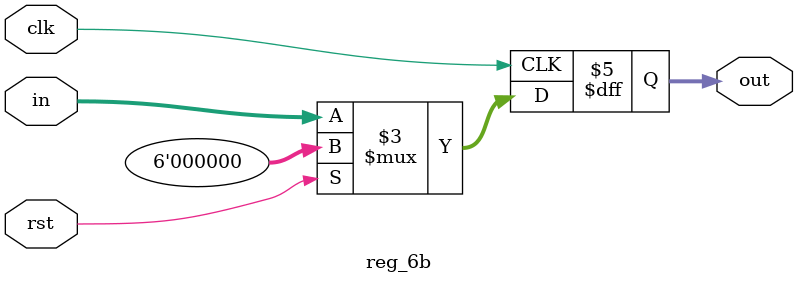
<source format=v>
`timescale 1ns / 1ps


module reg_6b(

    input [5:0] in,
    input clk,
    input rst,
    output reg [5:0] out

    );
    
    always @(posedge clk)
    begin
        if(rst) out <= 0;
        else
            out <= in;
    end
endmodule

</source>
